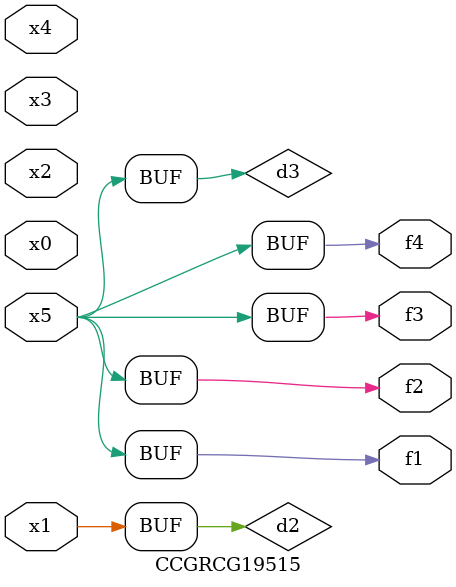
<source format=v>
module CCGRCG19515(
	input x0, x1, x2, x3, x4, x5,
	output f1, f2, f3, f4
);

	wire d1, d2, d3;

	not (d1, x5);
	or (d2, x1);
	xnor (d3, d1);
	assign f1 = d3;
	assign f2 = d3;
	assign f3 = d3;
	assign f4 = d3;
endmodule

</source>
